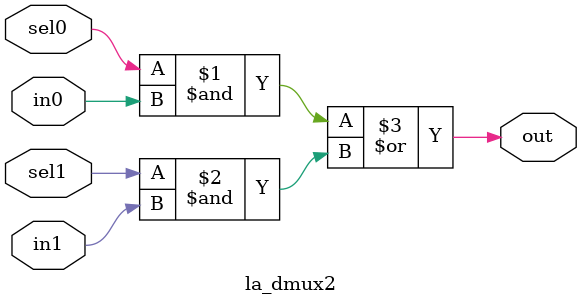
<source format=v>
module la_dmux2(	// file.cleaned.mlir:2:3
  input  sel1,	// file.cleaned.mlir:2:26
         sel0,	// file.cleaned.mlir:2:41
         in1,	// file.cleaned.mlir:2:56
         in0,	// file.cleaned.mlir:2:70
  output out	// file.cleaned.mlir:2:85
);

  assign out = sel0 & in0 | sel1 & in1;	// file.cleaned.mlir:3:10, :4:10, :5:10, :6:5
endmodule


</source>
